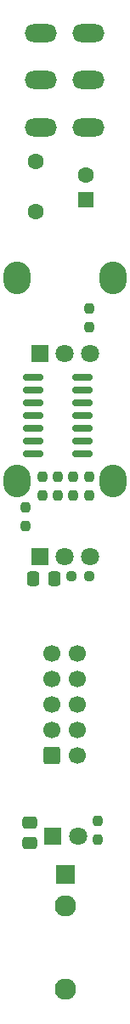
<source format=gbr>
%TF.GenerationSoftware,KiCad,Pcbnew,6.0.11+dfsg-1~bpo11+1*%
%TF.CreationDate,2023-03-01T11:09:29+08:00*%
%TF.ProjectId,MiniLFO v1.0 - Main,4d696e69-4c46-44f2-9076-312e30202d20,rev?*%
%TF.SameCoordinates,Original*%
%TF.FileFunction,Soldermask,Bot*%
%TF.FilePolarity,Negative*%
%FSLAX46Y46*%
G04 Gerber Fmt 4.6, Leading zero omitted, Abs format (unit mm)*
G04 Created by KiCad (PCBNEW 6.0.11+dfsg-1~bpo11+1) date 2023-03-01 11:09:29*
%MOMM*%
%LPD*%
G01*
G04 APERTURE LIST*
G04 Aperture macros list*
%AMRoundRect*
0 Rectangle with rounded corners*
0 $1 Rounding radius*
0 $2 $3 $4 $5 $6 $7 $8 $9 X,Y pos of 4 corners*
0 Add a 4 corners polygon primitive as box body*
4,1,4,$2,$3,$4,$5,$6,$7,$8,$9,$2,$3,0*
0 Add four circle primitives for the rounded corners*
1,1,$1+$1,$2,$3*
1,1,$1+$1,$4,$5*
1,1,$1+$1,$6,$7*
1,1,$1+$1,$8,$9*
0 Add four rect primitives between the rounded corners*
20,1,$1+$1,$2,$3,$4,$5,0*
20,1,$1+$1,$4,$5,$6,$7,0*
20,1,$1+$1,$6,$7,$8,$9,0*
20,1,$1+$1,$8,$9,$2,$3,0*%
G04 Aperture macros list end*
%ADD10O,2.720000X3.240000*%
%ADD11R,1.800000X1.800000*%
%ADD12C,1.800000*%
%ADD13R,1.930000X1.830000*%
%ADD14C,2.130000*%
%ADD15O,3.200000X1.800000*%
%ADD16RoundRect,0.250000X0.337500X0.475000X-0.337500X0.475000X-0.337500X-0.475000X0.337500X-0.475000X0*%
%ADD17R,1.600000X1.600000*%
%ADD18C,1.600000*%
%ADD19RoundRect,0.237500X-0.237500X0.250000X-0.237500X-0.250000X0.237500X-0.250000X0.237500X0.250000X0*%
%ADD20RoundRect,0.237500X0.237500X-0.250000X0.237500X0.250000X-0.237500X0.250000X-0.237500X-0.250000X0*%
%ADD21RoundRect,0.150000X0.825000X0.150000X-0.825000X0.150000X-0.825000X-0.150000X0.825000X-0.150000X0*%
%ADD22RoundRect,0.237500X-0.250000X-0.237500X0.250000X-0.237500X0.250000X0.237500X-0.250000X0.237500X0*%
%ADD23RoundRect,0.250000X0.475000X-0.337500X0.475000X0.337500X-0.475000X0.337500X-0.475000X-0.337500X0*%
%ADD24RoundRect,0.250000X-0.600000X-0.600000X0.600000X-0.600000X0.600000X0.600000X-0.600000X0.600000X0*%
%ADD25C,1.700000*%
G04 APERTURE END LIST*
D10*
%TO.C,TIME1*%
X160400000Y-111000000D03*
X170000000Y-111000000D03*
D11*
X162700000Y-118500000D03*
D12*
X165200000Y-118500000D03*
X167700000Y-118500000D03*
%TD*%
D10*
%TO.C,RANGE1*%
X160400000Y-90750000D03*
X170000000Y-90750000D03*
D11*
X162700000Y-98250000D03*
D12*
X165200000Y-98250000D03*
X167700000Y-98250000D03*
%TD*%
D13*
%TO.C,TRI_OUT1*%
X165220000Y-150190000D03*
D14*
X165220000Y-161590000D03*
X165220000Y-153290000D03*
%TD*%
D15*
%TO.C,RANGE_SW1*%
X162773000Y-66340000D03*
X162773000Y-71040000D03*
X162773000Y-75740000D03*
X167573000Y-66340000D03*
X167573000Y-71040000D03*
X167573000Y-75740000D03*
%TD*%
D11*
%TO.C,D1*%
X163943000Y-146390000D03*
D12*
X166483000Y-146390000D03*
%TD*%
D16*
%TO.C,C3*%
X164137500Y-120750000D03*
X162062500Y-120750000D03*
%TD*%
D17*
%TO.C,C1*%
X167273000Y-82993113D03*
D18*
X167273000Y-80493113D03*
%TD*%
D19*
%TO.C,R4*%
X166050000Y-110587500D03*
X166050000Y-112412500D03*
%TD*%
D20*
%TO.C,R2*%
X164500000Y-112412500D03*
X164500000Y-110587500D03*
%TD*%
%TO.C,R3*%
X167625000Y-95637500D03*
X167625000Y-93812500D03*
%TD*%
D21*
%TO.C,U1*%
X166965000Y-100680000D03*
X166965000Y-101950000D03*
X166965000Y-103220000D03*
X166965000Y-104490000D03*
X166965000Y-105760000D03*
X166965000Y-107030000D03*
X166965000Y-108300000D03*
X162015000Y-108300000D03*
X162015000Y-107030000D03*
X162015000Y-105760000D03*
X162015000Y-104490000D03*
X162015000Y-103220000D03*
X162015000Y-101950000D03*
X162015000Y-100680000D03*
%TD*%
D22*
%TO.C,R6*%
X165837500Y-120500000D03*
X167662500Y-120500000D03*
%TD*%
D23*
%TO.C,C6*%
X161700000Y-147087500D03*
X161700000Y-145012500D03*
%TD*%
D19*
%TO.C,R5*%
X167600000Y-110587500D03*
X167600000Y-112412500D03*
%TD*%
D20*
%TO.C,R8*%
X168500000Y-146712500D03*
X168500000Y-144887500D03*
%TD*%
D18*
%TO.C,C2*%
X162270000Y-84140000D03*
X162270000Y-79140000D03*
%TD*%
D20*
%TO.C,R1*%
X162950000Y-112412500D03*
X162950000Y-110587500D03*
%TD*%
%TO.C,R7*%
X161300000Y-115462500D03*
X161300000Y-113637500D03*
%TD*%
D24*
%TO.C,J1*%
X163930000Y-138330000D03*
D25*
X166470000Y-138330000D03*
X163930000Y-135790000D03*
X166470000Y-135790000D03*
X163930000Y-133250000D03*
X166470000Y-133250000D03*
X163930000Y-130710000D03*
X166470000Y-130710000D03*
X163930000Y-128170000D03*
X166470000Y-128170000D03*
%TD*%
M02*

</source>
